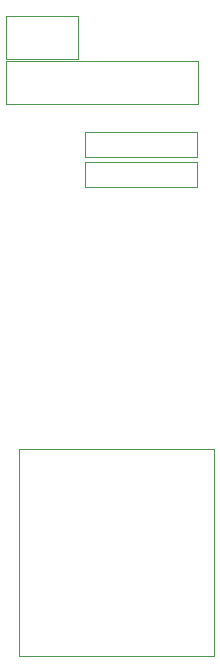
<source format=gbr>
G04 #@! TF.GenerationSoftware,KiCad,Pcbnew,(5.0.1)-4*
G04 #@! TF.CreationDate,2019-08-26T10:27:06+03:00*
G04 #@! TF.ProjectId,CP2102-breakout,4350323130322D627265616B6F75742E,rev?*
G04 #@! TF.SameCoordinates,Original*
G04 #@! TF.FileFunction,Other,User*
%FSLAX46Y46*%
G04 Gerber Fmt 4.6, Leading zero omitted, Abs format (unit mm)*
G04 Created by KiCad (PCBNEW (5.0.1)-4) date 26/08/2019 10:27:06*
%MOMM*%
%LPD*%
G01*
G04 APERTURE LIST*
%ADD10C,0.050000*%
G04 APERTURE END LIST*
D10*
G04 #@! TO.C,J12*
X37430000Y-47540000D02*
X53970000Y-47540000D01*
X53970000Y-47540000D02*
X53970000Y-65040000D01*
X53970000Y-65040000D02*
X37430000Y-65040000D01*
X37430000Y-65040000D02*
X37430000Y-47540000D01*
G04 #@! TO.C,J4*
X36300000Y-10900000D02*
X42450000Y-10900000D01*
X42450000Y-10900000D02*
X42450000Y-14500000D01*
X42450000Y-14500000D02*
X36300000Y-14500000D01*
X36300000Y-14500000D02*
X36300000Y-10900000D01*
G04 #@! TO.C,J19*
X36300000Y-18310000D02*
X36300000Y-14710000D01*
X52600000Y-18310000D02*
X36300000Y-18310000D01*
X52600000Y-14710000D02*
X52600000Y-18310000D01*
X36300000Y-14710000D02*
X52600000Y-14710000D01*
G04 #@! TO.C,R13*
X52550000Y-22830000D02*
X43030000Y-22830000D01*
X52550000Y-20730000D02*
X52550000Y-22830000D01*
X43030000Y-20730000D02*
X52550000Y-20730000D01*
X43030000Y-22830000D02*
X43030000Y-20730000D01*
G04 #@! TO.C,R12*
X52550000Y-25370000D02*
X43030000Y-25370000D01*
X52550000Y-23270000D02*
X52550000Y-25370000D01*
X43030000Y-23270000D02*
X52550000Y-23270000D01*
X43030000Y-25370000D02*
X43030000Y-23270000D01*
G04 #@! TD*
M02*

</source>
